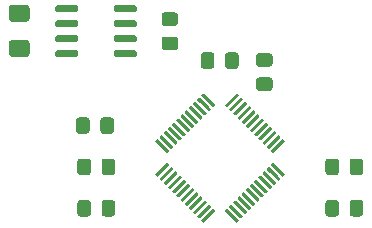
<source format=gbr>
%TF.GenerationSoftware,KiCad,Pcbnew,(5.1.6)-1*%
%TF.CreationDate,2021-05-26T21:04:48-04:00*%
%TF.ProjectId,spidey_sense,73706964-6579-45f7-9365-6e73652e6b69,rev?*%
%TF.SameCoordinates,Original*%
%TF.FileFunction,Paste,Top*%
%TF.FilePolarity,Positive*%
%FSLAX46Y46*%
G04 Gerber Fmt 4.6, Leading zero omitted, Abs format (unit mm)*
G04 Created by KiCad (PCBNEW (5.1.6)-1) date 2021-05-26 21:04:48*
%MOMM*%
%LPD*%
G01*
G04 APERTURE LIST*
G04 APERTURE END LIST*
%TO.C,U1*%
G36*
G01*
X125174264Y-107474516D02*
X126111180Y-106537600D01*
G75*
G02*
X126217246Y-106537600I53033J-53033D01*
G01*
X126323312Y-106643666D01*
G75*
G02*
X126323312Y-106749732I-53033J-53033D01*
G01*
X125386396Y-107686648D01*
G75*
G02*
X125280330Y-107686648I-53033J53033D01*
G01*
X125174264Y-107580582D01*
G75*
G02*
X125174264Y-107474516I53033J53033D01*
G01*
G37*
G36*
G01*
X125527818Y-107828070D02*
X126464734Y-106891154D01*
G75*
G02*
X126570800Y-106891154I53033J-53033D01*
G01*
X126676866Y-106997220D01*
G75*
G02*
X126676866Y-107103286I-53033J-53033D01*
G01*
X125739950Y-108040202D01*
G75*
G02*
X125633884Y-108040202I-53033J53033D01*
G01*
X125527818Y-107934136D01*
G75*
G02*
X125527818Y-107828070I53033J53033D01*
G01*
G37*
G36*
G01*
X125881371Y-108181623D02*
X126818287Y-107244707D01*
G75*
G02*
X126924353Y-107244707I53033J-53033D01*
G01*
X127030419Y-107350773D01*
G75*
G02*
X127030419Y-107456839I-53033J-53033D01*
G01*
X126093503Y-108393755D01*
G75*
G02*
X125987437Y-108393755I-53033J53033D01*
G01*
X125881371Y-108287689D01*
G75*
G02*
X125881371Y-108181623I53033J53033D01*
G01*
G37*
G36*
G01*
X126234925Y-108535177D02*
X127171841Y-107598261D01*
G75*
G02*
X127277907Y-107598261I53033J-53033D01*
G01*
X127383973Y-107704327D01*
G75*
G02*
X127383973Y-107810393I-53033J-53033D01*
G01*
X126447057Y-108747309D01*
G75*
G02*
X126340991Y-108747309I-53033J53033D01*
G01*
X126234925Y-108641243D01*
G75*
G02*
X126234925Y-108535177I53033J53033D01*
G01*
G37*
G36*
G01*
X126588478Y-108888730D02*
X127525394Y-107951814D01*
G75*
G02*
X127631460Y-107951814I53033J-53033D01*
G01*
X127737526Y-108057880D01*
G75*
G02*
X127737526Y-108163946I-53033J-53033D01*
G01*
X126800610Y-109100862D01*
G75*
G02*
X126694544Y-109100862I-53033J53033D01*
G01*
X126588478Y-108994796D01*
G75*
G02*
X126588478Y-108888730I53033J53033D01*
G01*
G37*
G36*
G01*
X126942031Y-109242283D02*
X127878947Y-108305367D01*
G75*
G02*
X127985013Y-108305367I53033J-53033D01*
G01*
X128091079Y-108411433D01*
G75*
G02*
X128091079Y-108517499I-53033J-53033D01*
G01*
X127154163Y-109454415D01*
G75*
G02*
X127048097Y-109454415I-53033J53033D01*
G01*
X126942031Y-109348349D01*
G75*
G02*
X126942031Y-109242283I53033J53033D01*
G01*
G37*
G36*
G01*
X127295585Y-109595837D02*
X128232501Y-108658921D01*
G75*
G02*
X128338567Y-108658921I53033J-53033D01*
G01*
X128444633Y-108764987D01*
G75*
G02*
X128444633Y-108871053I-53033J-53033D01*
G01*
X127507717Y-109807969D01*
G75*
G02*
X127401651Y-109807969I-53033J53033D01*
G01*
X127295585Y-109701903D01*
G75*
G02*
X127295585Y-109595837I53033J53033D01*
G01*
G37*
G36*
G01*
X127649138Y-109949390D02*
X128586054Y-109012474D01*
G75*
G02*
X128692120Y-109012474I53033J-53033D01*
G01*
X128798186Y-109118540D01*
G75*
G02*
X128798186Y-109224606I-53033J-53033D01*
G01*
X127861270Y-110161522D01*
G75*
G02*
X127755204Y-110161522I-53033J53033D01*
G01*
X127649138Y-110055456D01*
G75*
G02*
X127649138Y-109949390I53033J53033D01*
G01*
G37*
G36*
G01*
X128002691Y-110302943D02*
X128939607Y-109366027D01*
G75*
G02*
X129045673Y-109366027I53033J-53033D01*
G01*
X129151739Y-109472093D01*
G75*
G02*
X129151739Y-109578159I-53033J-53033D01*
G01*
X128214823Y-110515075D01*
G75*
G02*
X128108757Y-110515075I-53033J53033D01*
G01*
X128002691Y-110409009D01*
G75*
G02*
X128002691Y-110302943I53033J53033D01*
G01*
G37*
G36*
G01*
X128356245Y-110656497D02*
X129293161Y-109719581D01*
G75*
G02*
X129399227Y-109719581I53033J-53033D01*
G01*
X129505293Y-109825647D01*
G75*
G02*
X129505293Y-109931713I-53033J-53033D01*
G01*
X128568377Y-110868629D01*
G75*
G02*
X128462311Y-110868629I-53033J53033D01*
G01*
X128356245Y-110762563D01*
G75*
G02*
X128356245Y-110656497I53033J53033D01*
G01*
G37*
G36*
G01*
X128709798Y-111010050D02*
X129646714Y-110073134D01*
G75*
G02*
X129752780Y-110073134I53033J-53033D01*
G01*
X129858846Y-110179200D01*
G75*
G02*
X129858846Y-110285266I-53033J-53033D01*
G01*
X128921930Y-111222182D01*
G75*
G02*
X128815864Y-111222182I-53033J53033D01*
G01*
X128709798Y-111116116D01*
G75*
G02*
X128709798Y-111010050I53033J53033D01*
G01*
G37*
G36*
G01*
X129063352Y-111363604D02*
X130000268Y-110426688D01*
G75*
G02*
X130106334Y-110426688I53033J-53033D01*
G01*
X130212400Y-110532754D01*
G75*
G02*
X130212400Y-110638820I-53033J-53033D01*
G01*
X129275484Y-111575736D01*
G75*
G02*
X129169418Y-111575736I-53033J53033D01*
G01*
X129063352Y-111469670D01*
G75*
G02*
X129063352Y-111363604I53033J53033D01*
G01*
G37*
G36*
G01*
X129063352Y-112530330D02*
X129169418Y-112424264D01*
G75*
G02*
X129275484Y-112424264I53033J-53033D01*
G01*
X130212400Y-113361180D01*
G75*
G02*
X130212400Y-113467246I-53033J-53033D01*
G01*
X130106334Y-113573312D01*
G75*
G02*
X130000268Y-113573312I-53033J53033D01*
G01*
X129063352Y-112636396D01*
G75*
G02*
X129063352Y-112530330I53033J53033D01*
G01*
G37*
G36*
G01*
X128709798Y-112883884D02*
X128815864Y-112777818D01*
G75*
G02*
X128921930Y-112777818I53033J-53033D01*
G01*
X129858846Y-113714734D01*
G75*
G02*
X129858846Y-113820800I-53033J-53033D01*
G01*
X129752780Y-113926866D01*
G75*
G02*
X129646714Y-113926866I-53033J53033D01*
G01*
X128709798Y-112989950D01*
G75*
G02*
X128709798Y-112883884I53033J53033D01*
G01*
G37*
G36*
G01*
X128356245Y-113237437D02*
X128462311Y-113131371D01*
G75*
G02*
X128568377Y-113131371I53033J-53033D01*
G01*
X129505293Y-114068287D01*
G75*
G02*
X129505293Y-114174353I-53033J-53033D01*
G01*
X129399227Y-114280419D01*
G75*
G02*
X129293161Y-114280419I-53033J53033D01*
G01*
X128356245Y-113343503D01*
G75*
G02*
X128356245Y-113237437I53033J53033D01*
G01*
G37*
G36*
G01*
X128002691Y-113590991D02*
X128108757Y-113484925D01*
G75*
G02*
X128214823Y-113484925I53033J-53033D01*
G01*
X129151739Y-114421841D01*
G75*
G02*
X129151739Y-114527907I-53033J-53033D01*
G01*
X129045673Y-114633973D01*
G75*
G02*
X128939607Y-114633973I-53033J53033D01*
G01*
X128002691Y-113697057D01*
G75*
G02*
X128002691Y-113590991I53033J53033D01*
G01*
G37*
G36*
G01*
X127649138Y-113944544D02*
X127755204Y-113838478D01*
G75*
G02*
X127861270Y-113838478I53033J-53033D01*
G01*
X128798186Y-114775394D01*
G75*
G02*
X128798186Y-114881460I-53033J-53033D01*
G01*
X128692120Y-114987526D01*
G75*
G02*
X128586054Y-114987526I-53033J53033D01*
G01*
X127649138Y-114050610D01*
G75*
G02*
X127649138Y-113944544I53033J53033D01*
G01*
G37*
G36*
G01*
X127295585Y-114298097D02*
X127401651Y-114192031D01*
G75*
G02*
X127507717Y-114192031I53033J-53033D01*
G01*
X128444633Y-115128947D01*
G75*
G02*
X128444633Y-115235013I-53033J-53033D01*
G01*
X128338567Y-115341079D01*
G75*
G02*
X128232501Y-115341079I-53033J53033D01*
G01*
X127295585Y-114404163D01*
G75*
G02*
X127295585Y-114298097I53033J53033D01*
G01*
G37*
G36*
G01*
X126942031Y-114651651D02*
X127048097Y-114545585D01*
G75*
G02*
X127154163Y-114545585I53033J-53033D01*
G01*
X128091079Y-115482501D01*
G75*
G02*
X128091079Y-115588567I-53033J-53033D01*
G01*
X127985013Y-115694633D01*
G75*
G02*
X127878947Y-115694633I-53033J53033D01*
G01*
X126942031Y-114757717D01*
G75*
G02*
X126942031Y-114651651I53033J53033D01*
G01*
G37*
G36*
G01*
X126588478Y-115005204D02*
X126694544Y-114899138D01*
G75*
G02*
X126800610Y-114899138I53033J-53033D01*
G01*
X127737526Y-115836054D01*
G75*
G02*
X127737526Y-115942120I-53033J-53033D01*
G01*
X127631460Y-116048186D01*
G75*
G02*
X127525394Y-116048186I-53033J53033D01*
G01*
X126588478Y-115111270D01*
G75*
G02*
X126588478Y-115005204I53033J53033D01*
G01*
G37*
G36*
G01*
X126234925Y-115358757D02*
X126340991Y-115252691D01*
G75*
G02*
X126447057Y-115252691I53033J-53033D01*
G01*
X127383973Y-116189607D01*
G75*
G02*
X127383973Y-116295673I-53033J-53033D01*
G01*
X127277907Y-116401739D01*
G75*
G02*
X127171841Y-116401739I-53033J53033D01*
G01*
X126234925Y-115464823D01*
G75*
G02*
X126234925Y-115358757I53033J53033D01*
G01*
G37*
G36*
G01*
X125881371Y-115712311D02*
X125987437Y-115606245D01*
G75*
G02*
X126093503Y-115606245I53033J-53033D01*
G01*
X127030419Y-116543161D01*
G75*
G02*
X127030419Y-116649227I-53033J-53033D01*
G01*
X126924353Y-116755293D01*
G75*
G02*
X126818287Y-116755293I-53033J53033D01*
G01*
X125881371Y-115818377D01*
G75*
G02*
X125881371Y-115712311I53033J53033D01*
G01*
G37*
G36*
G01*
X125527818Y-116065864D02*
X125633884Y-115959798D01*
G75*
G02*
X125739950Y-115959798I53033J-53033D01*
G01*
X126676866Y-116896714D01*
G75*
G02*
X126676866Y-117002780I-53033J-53033D01*
G01*
X126570800Y-117108846D01*
G75*
G02*
X126464734Y-117108846I-53033J53033D01*
G01*
X125527818Y-116171930D01*
G75*
G02*
X125527818Y-116065864I53033J53033D01*
G01*
G37*
G36*
G01*
X125174264Y-116419418D02*
X125280330Y-116313352D01*
G75*
G02*
X125386396Y-116313352I53033J-53033D01*
G01*
X126323312Y-117250268D01*
G75*
G02*
X126323312Y-117356334I-53033J-53033D01*
G01*
X126217246Y-117462400D01*
G75*
G02*
X126111180Y-117462400I-53033J53033D01*
G01*
X125174264Y-116525484D01*
G75*
G02*
X125174264Y-116419418I53033J53033D01*
G01*
G37*
G36*
G01*
X123176688Y-117250268D02*
X124113604Y-116313352D01*
G75*
G02*
X124219670Y-116313352I53033J-53033D01*
G01*
X124325736Y-116419418D01*
G75*
G02*
X124325736Y-116525484I-53033J-53033D01*
G01*
X123388820Y-117462400D01*
G75*
G02*
X123282754Y-117462400I-53033J53033D01*
G01*
X123176688Y-117356334D01*
G75*
G02*
X123176688Y-117250268I53033J53033D01*
G01*
G37*
G36*
G01*
X122823134Y-116896714D02*
X123760050Y-115959798D01*
G75*
G02*
X123866116Y-115959798I53033J-53033D01*
G01*
X123972182Y-116065864D01*
G75*
G02*
X123972182Y-116171930I-53033J-53033D01*
G01*
X123035266Y-117108846D01*
G75*
G02*
X122929200Y-117108846I-53033J53033D01*
G01*
X122823134Y-117002780D01*
G75*
G02*
X122823134Y-116896714I53033J53033D01*
G01*
G37*
G36*
G01*
X122469581Y-116543161D02*
X123406497Y-115606245D01*
G75*
G02*
X123512563Y-115606245I53033J-53033D01*
G01*
X123618629Y-115712311D01*
G75*
G02*
X123618629Y-115818377I-53033J-53033D01*
G01*
X122681713Y-116755293D01*
G75*
G02*
X122575647Y-116755293I-53033J53033D01*
G01*
X122469581Y-116649227D01*
G75*
G02*
X122469581Y-116543161I53033J53033D01*
G01*
G37*
G36*
G01*
X122116027Y-116189607D02*
X123052943Y-115252691D01*
G75*
G02*
X123159009Y-115252691I53033J-53033D01*
G01*
X123265075Y-115358757D01*
G75*
G02*
X123265075Y-115464823I-53033J-53033D01*
G01*
X122328159Y-116401739D01*
G75*
G02*
X122222093Y-116401739I-53033J53033D01*
G01*
X122116027Y-116295673D01*
G75*
G02*
X122116027Y-116189607I53033J53033D01*
G01*
G37*
G36*
G01*
X121762474Y-115836054D02*
X122699390Y-114899138D01*
G75*
G02*
X122805456Y-114899138I53033J-53033D01*
G01*
X122911522Y-115005204D01*
G75*
G02*
X122911522Y-115111270I-53033J-53033D01*
G01*
X121974606Y-116048186D01*
G75*
G02*
X121868540Y-116048186I-53033J53033D01*
G01*
X121762474Y-115942120D01*
G75*
G02*
X121762474Y-115836054I53033J53033D01*
G01*
G37*
G36*
G01*
X121408921Y-115482501D02*
X122345837Y-114545585D01*
G75*
G02*
X122451903Y-114545585I53033J-53033D01*
G01*
X122557969Y-114651651D01*
G75*
G02*
X122557969Y-114757717I-53033J-53033D01*
G01*
X121621053Y-115694633D01*
G75*
G02*
X121514987Y-115694633I-53033J53033D01*
G01*
X121408921Y-115588567D01*
G75*
G02*
X121408921Y-115482501I53033J53033D01*
G01*
G37*
G36*
G01*
X121055367Y-115128947D02*
X121992283Y-114192031D01*
G75*
G02*
X122098349Y-114192031I53033J-53033D01*
G01*
X122204415Y-114298097D01*
G75*
G02*
X122204415Y-114404163I-53033J-53033D01*
G01*
X121267499Y-115341079D01*
G75*
G02*
X121161433Y-115341079I-53033J53033D01*
G01*
X121055367Y-115235013D01*
G75*
G02*
X121055367Y-115128947I53033J53033D01*
G01*
G37*
G36*
G01*
X120701814Y-114775394D02*
X121638730Y-113838478D01*
G75*
G02*
X121744796Y-113838478I53033J-53033D01*
G01*
X121850862Y-113944544D01*
G75*
G02*
X121850862Y-114050610I-53033J-53033D01*
G01*
X120913946Y-114987526D01*
G75*
G02*
X120807880Y-114987526I-53033J53033D01*
G01*
X120701814Y-114881460D01*
G75*
G02*
X120701814Y-114775394I53033J53033D01*
G01*
G37*
G36*
G01*
X120348261Y-114421841D02*
X121285177Y-113484925D01*
G75*
G02*
X121391243Y-113484925I53033J-53033D01*
G01*
X121497309Y-113590991D01*
G75*
G02*
X121497309Y-113697057I-53033J-53033D01*
G01*
X120560393Y-114633973D01*
G75*
G02*
X120454327Y-114633973I-53033J53033D01*
G01*
X120348261Y-114527907D01*
G75*
G02*
X120348261Y-114421841I53033J53033D01*
G01*
G37*
G36*
G01*
X119994707Y-114068287D02*
X120931623Y-113131371D01*
G75*
G02*
X121037689Y-113131371I53033J-53033D01*
G01*
X121143755Y-113237437D01*
G75*
G02*
X121143755Y-113343503I-53033J-53033D01*
G01*
X120206839Y-114280419D01*
G75*
G02*
X120100773Y-114280419I-53033J53033D01*
G01*
X119994707Y-114174353D01*
G75*
G02*
X119994707Y-114068287I53033J53033D01*
G01*
G37*
G36*
G01*
X119641154Y-113714734D02*
X120578070Y-112777818D01*
G75*
G02*
X120684136Y-112777818I53033J-53033D01*
G01*
X120790202Y-112883884D01*
G75*
G02*
X120790202Y-112989950I-53033J-53033D01*
G01*
X119853286Y-113926866D01*
G75*
G02*
X119747220Y-113926866I-53033J53033D01*
G01*
X119641154Y-113820800D01*
G75*
G02*
X119641154Y-113714734I53033J53033D01*
G01*
G37*
G36*
G01*
X119287600Y-113361180D02*
X120224516Y-112424264D01*
G75*
G02*
X120330582Y-112424264I53033J-53033D01*
G01*
X120436648Y-112530330D01*
G75*
G02*
X120436648Y-112636396I-53033J-53033D01*
G01*
X119499732Y-113573312D01*
G75*
G02*
X119393666Y-113573312I-53033J53033D01*
G01*
X119287600Y-113467246D01*
G75*
G02*
X119287600Y-113361180I53033J53033D01*
G01*
G37*
G36*
G01*
X119287600Y-110532754D02*
X119393666Y-110426688D01*
G75*
G02*
X119499732Y-110426688I53033J-53033D01*
G01*
X120436648Y-111363604D01*
G75*
G02*
X120436648Y-111469670I-53033J-53033D01*
G01*
X120330582Y-111575736D01*
G75*
G02*
X120224516Y-111575736I-53033J53033D01*
G01*
X119287600Y-110638820D01*
G75*
G02*
X119287600Y-110532754I53033J53033D01*
G01*
G37*
G36*
G01*
X119641154Y-110179200D02*
X119747220Y-110073134D01*
G75*
G02*
X119853286Y-110073134I53033J-53033D01*
G01*
X120790202Y-111010050D01*
G75*
G02*
X120790202Y-111116116I-53033J-53033D01*
G01*
X120684136Y-111222182D01*
G75*
G02*
X120578070Y-111222182I-53033J53033D01*
G01*
X119641154Y-110285266D01*
G75*
G02*
X119641154Y-110179200I53033J53033D01*
G01*
G37*
G36*
G01*
X119994707Y-109825647D02*
X120100773Y-109719581D01*
G75*
G02*
X120206839Y-109719581I53033J-53033D01*
G01*
X121143755Y-110656497D01*
G75*
G02*
X121143755Y-110762563I-53033J-53033D01*
G01*
X121037689Y-110868629D01*
G75*
G02*
X120931623Y-110868629I-53033J53033D01*
G01*
X119994707Y-109931713D01*
G75*
G02*
X119994707Y-109825647I53033J53033D01*
G01*
G37*
G36*
G01*
X120348261Y-109472093D02*
X120454327Y-109366027D01*
G75*
G02*
X120560393Y-109366027I53033J-53033D01*
G01*
X121497309Y-110302943D01*
G75*
G02*
X121497309Y-110409009I-53033J-53033D01*
G01*
X121391243Y-110515075D01*
G75*
G02*
X121285177Y-110515075I-53033J53033D01*
G01*
X120348261Y-109578159D01*
G75*
G02*
X120348261Y-109472093I53033J53033D01*
G01*
G37*
G36*
G01*
X120701814Y-109118540D02*
X120807880Y-109012474D01*
G75*
G02*
X120913946Y-109012474I53033J-53033D01*
G01*
X121850862Y-109949390D01*
G75*
G02*
X121850862Y-110055456I-53033J-53033D01*
G01*
X121744796Y-110161522D01*
G75*
G02*
X121638730Y-110161522I-53033J53033D01*
G01*
X120701814Y-109224606D01*
G75*
G02*
X120701814Y-109118540I53033J53033D01*
G01*
G37*
G36*
G01*
X121055367Y-108764987D02*
X121161433Y-108658921D01*
G75*
G02*
X121267499Y-108658921I53033J-53033D01*
G01*
X122204415Y-109595837D01*
G75*
G02*
X122204415Y-109701903I-53033J-53033D01*
G01*
X122098349Y-109807969D01*
G75*
G02*
X121992283Y-109807969I-53033J53033D01*
G01*
X121055367Y-108871053D01*
G75*
G02*
X121055367Y-108764987I53033J53033D01*
G01*
G37*
G36*
G01*
X121408921Y-108411433D02*
X121514987Y-108305367D01*
G75*
G02*
X121621053Y-108305367I53033J-53033D01*
G01*
X122557969Y-109242283D01*
G75*
G02*
X122557969Y-109348349I-53033J-53033D01*
G01*
X122451903Y-109454415D01*
G75*
G02*
X122345837Y-109454415I-53033J53033D01*
G01*
X121408921Y-108517499D01*
G75*
G02*
X121408921Y-108411433I53033J53033D01*
G01*
G37*
G36*
G01*
X121762474Y-108057880D02*
X121868540Y-107951814D01*
G75*
G02*
X121974606Y-107951814I53033J-53033D01*
G01*
X122911522Y-108888730D01*
G75*
G02*
X122911522Y-108994796I-53033J-53033D01*
G01*
X122805456Y-109100862D01*
G75*
G02*
X122699390Y-109100862I-53033J53033D01*
G01*
X121762474Y-108163946D01*
G75*
G02*
X121762474Y-108057880I53033J53033D01*
G01*
G37*
G36*
G01*
X122116027Y-107704327D02*
X122222093Y-107598261D01*
G75*
G02*
X122328159Y-107598261I53033J-53033D01*
G01*
X123265075Y-108535177D01*
G75*
G02*
X123265075Y-108641243I-53033J-53033D01*
G01*
X123159009Y-108747309D01*
G75*
G02*
X123052943Y-108747309I-53033J53033D01*
G01*
X122116027Y-107810393D01*
G75*
G02*
X122116027Y-107704327I53033J53033D01*
G01*
G37*
G36*
G01*
X122469581Y-107350773D02*
X122575647Y-107244707D01*
G75*
G02*
X122681713Y-107244707I53033J-53033D01*
G01*
X123618629Y-108181623D01*
G75*
G02*
X123618629Y-108287689I-53033J-53033D01*
G01*
X123512563Y-108393755D01*
G75*
G02*
X123406497Y-108393755I-53033J53033D01*
G01*
X122469581Y-107456839D01*
G75*
G02*
X122469581Y-107350773I53033J53033D01*
G01*
G37*
G36*
G01*
X122823134Y-106997220D02*
X122929200Y-106891154D01*
G75*
G02*
X123035266Y-106891154I53033J-53033D01*
G01*
X123972182Y-107828070D01*
G75*
G02*
X123972182Y-107934136I-53033J-53033D01*
G01*
X123866116Y-108040202D01*
G75*
G02*
X123760050Y-108040202I-53033J53033D01*
G01*
X122823134Y-107103286D01*
G75*
G02*
X122823134Y-106997220I53033J53033D01*
G01*
G37*
G36*
G01*
X123176688Y-106643666D02*
X123282754Y-106537600D01*
G75*
G02*
X123388820Y-106537600I53033J-53033D01*
G01*
X124325736Y-107474516D01*
G75*
G02*
X124325736Y-107580582I-53033J-53033D01*
G01*
X124219670Y-107686648D01*
G75*
G02*
X124113604Y-107686648I-53033J53033D01*
G01*
X123176688Y-106749732D01*
G75*
G02*
X123176688Y-106643666I53033J53033D01*
G01*
G37*
%TD*%
%TO.C,U2*%
G36*
G01*
X115750000Y-99495000D02*
X115750000Y-99195000D01*
G75*
G02*
X115900000Y-99045000I150000J0D01*
G01*
X117550000Y-99045000D01*
G75*
G02*
X117700000Y-99195000I0J-150000D01*
G01*
X117700000Y-99495000D01*
G75*
G02*
X117550000Y-99645000I-150000J0D01*
G01*
X115900000Y-99645000D01*
G75*
G02*
X115750000Y-99495000I0J150000D01*
G01*
G37*
G36*
G01*
X115750000Y-100765000D02*
X115750000Y-100465000D01*
G75*
G02*
X115900000Y-100315000I150000J0D01*
G01*
X117550000Y-100315000D01*
G75*
G02*
X117700000Y-100465000I0J-150000D01*
G01*
X117700000Y-100765000D01*
G75*
G02*
X117550000Y-100915000I-150000J0D01*
G01*
X115900000Y-100915000D01*
G75*
G02*
X115750000Y-100765000I0J150000D01*
G01*
G37*
G36*
G01*
X115750000Y-102035000D02*
X115750000Y-101735000D01*
G75*
G02*
X115900000Y-101585000I150000J0D01*
G01*
X117550000Y-101585000D01*
G75*
G02*
X117700000Y-101735000I0J-150000D01*
G01*
X117700000Y-102035000D01*
G75*
G02*
X117550000Y-102185000I-150000J0D01*
G01*
X115900000Y-102185000D01*
G75*
G02*
X115750000Y-102035000I0J150000D01*
G01*
G37*
G36*
G01*
X115750000Y-103305000D02*
X115750000Y-103005000D01*
G75*
G02*
X115900000Y-102855000I150000J0D01*
G01*
X117550000Y-102855000D01*
G75*
G02*
X117700000Y-103005000I0J-150000D01*
G01*
X117700000Y-103305000D01*
G75*
G02*
X117550000Y-103455000I-150000J0D01*
G01*
X115900000Y-103455000D01*
G75*
G02*
X115750000Y-103305000I0J150000D01*
G01*
G37*
G36*
G01*
X110800000Y-103305000D02*
X110800000Y-103005000D01*
G75*
G02*
X110950000Y-102855000I150000J0D01*
G01*
X112600000Y-102855000D01*
G75*
G02*
X112750000Y-103005000I0J-150000D01*
G01*
X112750000Y-103305000D01*
G75*
G02*
X112600000Y-103455000I-150000J0D01*
G01*
X110950000Y-103455000D01*
G75*
G02*
X110800000Y-103305000I0J150000D01*
G01*
G37*
G36*
G01*
X110800000Y-102035000D02*
X110800000Y-101735000D01*
G75*
G02*
X110950000Y-101585000I150000J0D01*
G01*
X112600000Y-101585000D01*
G75*
G02*
X112750000Y-101735000I0J-150000D01*
G01*
X112750000Y-102035000D01*
G75*
G02*
X112600000Y-102185000I-150000J0D01*
G01*
X110950000Y-102185000D01*
G75*
G02*
X110800000Y-102035000I0J150000D01*
G01*
G37*
G36*
G01*
X110800000Y-100765000D02*
X110800000Y-100465000D01*
G75*
G02*
X110950000Y-100315000I150000J0D01*
G01*
X112600000Y-100315000D01*
G75*
G02*
X112750000Y-100465000I0J-150000D01*
G01*
X112750000Y-100765000D01*
G75*
G02*
X112600000Y-100915000I-150000J0D01*
G01*
X110950000Y-100915000D01*
G75*
G02*
X110800000Y-100765000I0J150000D01*
G01*
G37*
G36*
G01*
X110800000Y-99495000D02*
X110800000Y-99195000D01*
G75*
G02*
X110950000Y-99045000I150000J0D01*
G01*
X112600000Y-99045000D01*
G75*
G02*
X112750000Y-99195000I0J-150000D01*
G01*
X112750000Y-99495000D01*
G75*
G02*
X112600000Y-99645000I-150000J0D01*
G01*
X110950000Y-99645000D01*
G75*
G02*
X110800000Y-99495000I0J150000D01*
G01*
G37*
%TD*%
%TO.C,R2*%
G36*
G01*
X114725000Y-116700001D02*
X114725000Y-115799999D01*
G75*
G02*
X114974999Y-115550000I249999J0D01*
G01*
X115625001Y-115550000D01*
G75*
G02*
X115875000Y-115799999I0J-249999D01*
G01*
X115875000Y-116700001D01*
G75*
G02*
X115625001Y-116950000I-249999J0D01*
G01*
X114974999Y-116950000D01*
G75*
G02*
X114725000Y-116700001I0J249999D01*
G01*
G37*
G36*
G01*
X112675000Y-116700001D02*
X112675000Y-115799999D01*
G75*
G02*
X112924999Y-115550000I249999J0D01*
G01*
X113575001Y-115550000D01*
G75*
G02*
X113825000Y-115799999I0J-249999D01*
G01*
X113825000Y-116700001D01*
G75*
G02*
X113575001Y-116950000I-249999J0D01*
G01*
X112924999Y-116950000D01*
G75*
G02*
X112675000Y-116700001I0J249999D01*
G01*
G37*
%TD*%
%TO.C,R1*%
G36*
G01*
X134825000Y-115799999D02*
X134825000Y-116700001D01*
G75*
G02*
X134575001Y-116950000I-249999J0D01*
G01*
X133924999Y-116950000D01*
G75*
G02*
X133675000Y-116700001I0J249999D01*
G01*
X133675000Y-115799999D01*
G75*
G02*
X133924999Y-115550000I249999J0D01*
G01*
X134575001Y-115550000D01*
G75*
G02*
X134825000Y-115799999I0J-249999D01*
G01*
G37*
G36*
G01*
X136875000Y-115799999D02*
X136875000Y-116700001D01*
G75*
G02*
X136625001Y-116950000I-249999J0D01*
G01*
X135974999Y-116950000D01*
G75*
G02*
X135725000Y-116700001I0J249999D01*
G01*
X135725000Y-115799999D01*
G75*
G02*
X135974999Y-115550000I249999J0D01*
G01*
X136625001Y-115550000D01*
G75*
G02*
X136875000Y-115799999I0J-249999D01*
G01*
G37*
%TD*%
%TO.C,C7*%
G36*
G01*
X107125000Y-102012500D02*
X108375000Y-102012500D01*
G75*
G02*
X108625000Y-102262500I0J-250000D01*
G01*
X108625000Y-103187500D01*
G75*
G02*
X108375000Y-103437500I-250000J0D01*
G01*
X107125000Y-103437500D01*
G75*
G02*
X106875000Y-103187500I0J250000D01*
G01*
X106875000Y-102262500D01*
G75*
G02*
X107125000Y-102012500I250000J0D01*
G01*
G37*
G36*
G01*
X107125000Y-99037500D02*
X108375000Y-99037500D01*
G75*
G02*
X108625000Y-99287500I0J-250000D01*
G01*
X108625000Y-100212500D01*
G75*
G02*
X108375000Y-100462500I-250000J0D01*
G01*
X107125000Y-100462500D01*
G75*
G02*
X106875000Y-100212500I0J250000D01*
G01*
X106875000Y-99287500D01*
G75*
G02*
X107125000Y-99037500I250000J0D01*
G01*
G37*
%TD*%
%TO.C,C6*%
G36*
G01*
X120049999Y-101725000D02*
X120950001Y-101725000D01*
G75*
G02*
X121200000Y-101974999I0J-249999D01*
G01*
X121200000Y-102625001D01*
G75*
G02*
X120950001Y-102875000I-249999J0D01*
G01*
X120049999Y-102875000D01*
G75*
G02*
X119800000Y-102625001I0J249999D01*
G01*
X119800000Y-101974999D01*
G75*
G02*
X120049999Y-101725000I249999J0D01*
G01*
G37*
G36*
G01*
X120049999Y-99675000D02*
X120950001Y-99675000D01*
G75*
G02*
X121200000Y-99924999I0J-249999D01*
G01*
X121200000Y-100575001D01*
G75*
G02*
X120950001Y-100825000I-249999J0D01*
G01*
X120049999Y-100825000D01*
G75*
G02*
X119800000Y-100575001I0J249999D01*
G01*
X119800000Y-99924999D01*
G75*
G02*
X120049999Y-99675000I249999J0D01*
G01*
G37*
%TD*%
%TO.C,C5*%
G36*
G01*
X128950001Y-104275000D02*
X128049999Y-104275000D01*
G75*
G02*
X127800000Y-104025001I0J249999D01*
G01*
X127800000Y-103374999D01*
G75*
G02*
X128049999Y-103125000I249999J0D01*
G01*
X128950001Y-103125000D01*
G75*
G02*
X129200000Y-103374999I0J-249999D01*
G01*
X129200000Y-104025001D01*
G75*
G02*
X128950001Y-104275000I-249999J0D01*
G01*
G37*
G36*
G01*
X128950001Y-106325000D02*
X128049999Y-106325000D01*
G75*
G02*
X127800000Y-106075001I0J249999D01*
G01*
X127800000Y-105424999D01*
G75*
G02*
X128049999Y-105175000I249999J0D01*
G01*
X128950001Y-105175000D01*
G75*
G02*
X129200000Y-105424999I0J-249999D01*
G01*
X129200000Y-106075001D01*
G75*
G02*
X128950001Y-106325000I-249999J0D01*
G01*
G37*
%TD*%
%TO.C,C4*%
G36*
G01*
X113825000Y-112299999D02*
X113825000Y-113200001D01*
G75*
G02*
X113575001Y-113450000I-249999J0D01*
G01*
X112924999Y-113450000D01*
G75*
G02*
X112675000Y-113200001I0J249999D01*
G01*
X112675000Y-112299999D01*
G75*
G02*
X112924999Y-112050000I249999J0D01*
G01*
X113575001Y-112050000D01*
G75*
G02*
X113825000Y-112299999I0J-249999D01*
G01*
G37*
G36*
G01*
X115875000Y-112299999D02*
X115875000Y-113200001D01*
G75*
G02*
X115625001Y-113450000I-249999J0D01*
G01*
X114974999Y-113450000D01*
G75*
G02*
X114725000Y-113200001I0J249999D01*
G01*
X114725000Y-112299999D01*
G75*
G02*
X114974999Y-112050000I249999J0D01*
G01*
X115625001Y-112050000D01*
G75*
G02*
X115875000Y-112299999I0J-249999D01*
G01*
G37*
%TD*%
%TO.C,C3*%
G36*
G01*
X113714000Y-108799999D02*
X113714000Y-109700001D01*
G75*
G02*
X113464001Y-109950000I-249999J0D01*
G01*
X112813999Y-109950000D01*
G75*
G02*
X112564000Y-109700001I0J249999D01*
G01*
X112564000Y-108799999D01*
G75*
G02*
X112813999Y-108550000I249999J0D01*
G01*
X113464001Y-108550000D01*
G75*
G02*
X113714000Y-108799999I0J-249999D01*
G01*
G37*
G36*
G01*
X115764000Y-108799999D02*
X115764000Y-109700001D01*
G75*
G02*
X115514001Y-109950000I-249999J0D01*
G01*
X114863999Y-109950000D01*
G75*
G02*
X114614000Y-109700001I0J249999D01*
G01*
X114614000Y-108799999D01*
G75*
G02*
X114863999Y-108550000I249999J0D01*
G01*
X115514001Y-108550000D01*
G75*
G02*
X115764000Y-108799999I0J-249999D01*
G01*
G37*
%TD*%
%TO.C,C2*%
G36*
G01*
X135725000Y-113200001D02*
X135725000Y-112299999D01*
G75*
G02*
X135974999Y-112050000I249999J0D01*
G01*
X136625001Y-112050000D01*
G75*
G02*
X136875000Y-112299999I0J-249999D01*
G01*
X136875000Y-113200001D01*
G75*
G02*
X136625001Y-113450000I-249999J0D01*
G01*
X135974999Y-113450000D01*
G75*
G02*
X135725000Y-113200001I0J249999D01*
G01*
G37*
G36*
G01*
X133675000Y-113200001D02*
X133675000Y-112299999D01*
G75*
G02*
X133924999Y-112050000I249999J0D01*
G01*
X134575001Y-112050000D01*
G75*
G02*
X134825000Y-112299999I0J-249999D01*
G01*
X134825000Y-113200001D01*
G75*
G02*
X134575001Y-113450000I-249999J0D01*
G01*
X133924999Y-113450000D01*
G75*
G02*
X133675000Y-113200001I0J249999D01*
G01*
G37*
%TD*%
%TO.C,C1*%
G36*
G01*
X125175000Y-104200001D02*
X125175000Y-103299999D01*
G75*
G02*
X125424999Y-103050000I249999J0D01*
G01*
X126075001Y-103050000D01*
G75*
G02*
X126325000Y-103299999I0J-249999D01*
G01*
X126325000Y-104200001D01*
G75*
G02*
X126075001Y-104450000I-249999J0D01*
G01*
X125424999Y-104450000D01*
G75*
G02*
X125175000Y-104200001I0J249999D01*
G01*
G37*
G36*
G01*
X123125000Y-104200001D02*
X123125000Y-103299999D01*
G75*
G02*
X123374999Y-103050000I249999J0D01*
G01*
X124025001Y-103050000D01*
G75*
G02*
X124275000Y-103299999I0J-249999D01*
G01*
X124275000Y-104200001D01*
G75*
G02*
X124025001Y-104450000I-249999J0D01*
G01*
X123374999Y-104450000D01*
G75*
G02*
X123125000Y-104200001I0J249999D01*
G01*
G37*
%TD*%
M02*

</source>
